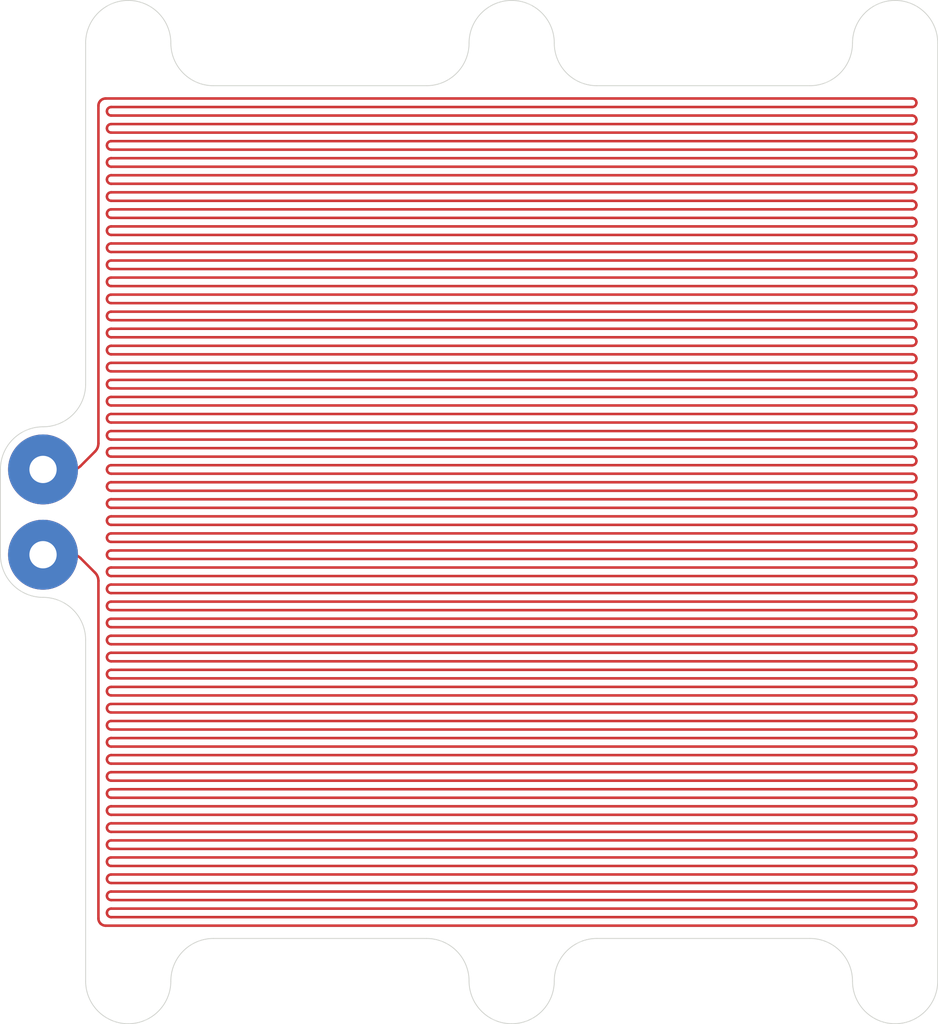
<source format=kicad_pcb>
(kicad_pcb (version 20221018) (generator pcbnew)
  (layers (0 "F.Cu" signal) (31 "B.Cu" signal) (36 "B.SilkS" user "B.Silkscreen") (37 "F.SilkS" user "F.Silkscreen") (38 "B.Mask" user) (39 "F.Mask" user) (44 "Edge.Cuts" user))
  (net 0 "")
  (net 1 "Net-(J1-Pin_1)")
  (footprint "MountingHole:MountingHole_3.2mm_M3_DIN965" (layer "F.Cu") (at 55 155)
    (fp_text reference "J7" hide)
    (fp_text value "Terminal")
    (pad "" np_thru_hole circle (at 0 0) (size 3.2 3.2) (drill 3.2) (layers "*.Cu" "*.Mask"))
  )
  (footprint "Library:MountingHole_3.2mm_M3_DIN965_Pad_NO_SILKS" (layer "F.Cu") (at 45 105)
    (fp_text reference "J8" hide)
    (fp_text value "Terminal" hide)
    (pad "1" thru_hole circle (at 0 0) (size 8.2 8.2) (drill 3.2) (layers "*.Cu" "*.Mask") (net 1 "Net-(J1-Pin_1)"))
  )
  (footprint "MountingHole:MountingHole_3.2mm_M3_DIN965" (layer "F.Cu") (at 100 155)
    (fp_text reference "J6" hide)
    (fp_text value "Terminal")
    (pad "" np_thru_hole circle (at 0 0) (size 3.2 3.2) (drill 3.2) (layers "*.Cu" "*.Mask"))
  )
  (footprint "MountingHole:MountingHole_3.2mm_M3_DIN965" (layer "F.Cu") (at 55 45)
    (fp_text reference "J2" hide)
    (fp_text value "Terminal")
    (pad "" np_thru_hole circle (at 0 0) (size 3.2 3.2) (drill 3.2) (layers "*.Cu" "*.Mask"))
  )
  (footprint "Library:MountingHole_3.2mm_M3_DIN965_Pad_NO_SILKS" (layer "F.Cu") (at 45 95)
    (fp_text reference "J1" hide)
    (fp_text value "Terminal" hide)
    (pad "1" thru_hole circle (at 0 0) (size 8.2 8.2) (drill 3.2) (layers "*.Cu" "*.Mask") (net 1 "Net-(J1-Pin_1)"))
  )
  (footprint "MountingHole:MountingHole_3.2mm_M3_DIN965" (layer "F.Cu") (at 145 45)
    (fp_text reference "J4" hide)
    (fp_text value "Terminal")
    (pad "" np_thru_hole circle (at 0 0) (size 3.2 3.2) (drill 3.2) (layers "*.Cu" "*.Mask"))
  )
  (footprint "MountingHole:MountingHole_3.2mm_M3_DIN965" (layer "F.Cu") (at 145 155)
    (fp_text reference "J5" hide)
    (fp_text value "Terminal")
    (pad "" np_thru_hole circle (at 0 0) (size 3.2 3.2) (drill 3.2) (layers "*.Cu" "*.Mask"))
  )
  (footprint "MountingHole:MountingHole_3.2mm_M3_DIN965" (layer "F.Cu") (at 100 45)
    (fp_text reference "J3" hide)
    (fp_text value "Terminal")
    (pad "" np_thru_hole circle (at 0 0) (size 3.2 3.2) (drill 3.2) (layers "*.Cu" "*.Mask"))
  )
  (gr_arc (start 55 160) (mid 51.464466 158.535534) (end 50 155) (stroke (width 0.1)) (layer "Edge.Cuts"))
  (gr_line (start 135 50) (end 110 50) (stroke (width 0.1)) (layer "Edge.Cuts"))
  (gr_arc (start 105 155) (mid 103.535534 158.535534) (end 100 160) (stroke (width 0.1)) (layer "Edge.Cuts"))
  (gr_arc (start 65 50) (mid 61.464466 48.535534) (end 60 45) (stroke (width 0.1)) (layer "Edge.Cuts"))
  (gr_arc (start 90 150) (mid 93.535534 151.464466) (end 95 155) (stroke (width 0.1)) (layer "Edge.Cuts"))
  (gr_arc (start 105 155) (mid 106.464466 151.464466) (end 110 150) (stroke (width 0.1)) (layer "Edge.Cuts"))
  (gr_arc (start 145 160) (mid 141.464466 158.535534) (end 140 155) (stroke (width 0.1)) (layer "Edge.Cuts"))
  (gr_arc (start 55 40) (mid 58.535534 41.464466) (end 60 45) (stroke (width 0.1)) (layer "Edge.Cuts"))
  (gr_arc (start 100 40) (mid 103.535534 41.464466) (end 105 45) (stroke (width 0.1)) (layer "Edge.Cuts"))
  (gr_line (start 50 45) (end 50 85) (stroke (width 0.1)) (layer "Edge.Cuts"))
  (gr_arc (start 150 155) (mid 148.535534 158.535534) (end 145 160) (stroke (width 0.1)) (layer "Edge.Cuts"))
  (gr_line (start 90 50) (end 65 50) (stroke (width 0.1)) (layer "Edge.Cuts"))
  (gr_arc (start 45 110) (mid 41.464466 108.535534) (end 40 105) (stroke (width 0.1)) (layer "Edge.Cuts"))
  (gr_arc (start 50 45) (mid 51.464466 41.464466) (end 55 40) (stroke (width 0.1)) (layer "Edge.Cuts"))
  (gr_arc (start 140 45) (mid 141.464466 41.464466) (end 145 40) (stroke (width 0.1)) (layer "Edge.Cuts"))
  (gr_arc (start 95 45) (mid 96.464466 41.464466) (end 100 40) (stroke (width 0.1)) (layer "Edge.Cuts"))
  (gr_arc (start 45 109.999999) (mid 48.535535 111.464465) (end 50 115) (stroke (width 0.1)) (layer "Edge.Cuts"))
  (gr_arc (start 95 45) (mid 93.535534 48.535534) (end 90 50) (stroke (width 0.1)) (layer "Edge.Cuts"))
  (gr_line (start 150 155) (end 150 45) (stroke (width 0.1)) (layer "Edge.Cuts"))
  (gr_arc (start 100 160) (mid 96.464466 158.535534) (end 95 155) (stroke (width 0.1)) (layer "Edge.Cuts"))
  (gr_arc (start 50 85) (mid 48.535534 88.535534) (end 45 90) (stroke (width 0.1)) (layer "Edge.Cuts"))
  (gr_arc (start 60 155) (mid 61.464466 151.464466) (end 65 150) (stroke (width 0.1)) (layer "Edge.Cuts"))
  (gr_line (start 50 115) (end 50 155) (stroke (width 0.1)) (layer "Edge.Cuts"))
  (gr_line (start 40 95) (end 40 105) (stroke (width 0.1)) (layer "Edge.Cuts"))
  (gr_line (start 110 150) (end 135 150) (stroke (width 0.1)) (layer "Edge.Cuts"))
  (gr_arc (start 145 40) (mid 148.535534 41.464466) (end 150 45) (stroke (width 0.1)) (layer "Edge.Cuts"))
  (gr_arc (start 110 50) (mid 106.464466 48.535534) (end 105 45) (stroke (width 0.1)) (layer "Edge.Cuts"))
  (gr_arc (start 60 155) (mid 58.535534 158.535534) (end 55 160) (stroke (width 0.1)) (layer "Edge.Cuts"))
  (gr_arc (start 40 95) (mid 41.464466 91.464466) (end 45 90) (stroke (width 0.1)) (layer "Edge.Cuts"))
  (gr_line (start 65 150) (end 90 150) (stroke (width 0.1)) (layer "Edge.Cuts"))
  (gr_arc (start 135 150) (mid 138.535534 151.464466) (end 140 155) (stroke (width 0.1)) (layer "Edge.Cuts"))
  (gr_arc (start 140 45) (mid 138.535534 48.535534) (end 135 50) (stroke (width 0.1)) (layer "Edge.Cuts"))
  (segment (start 52.999999 83.5) (end 147 83.5) (width 0.3) (layer "F.Cu") (net 1))
  (segment (start 147 56.500002) (end 53 56.500002) (width 0.3) (layer "F.Cu") (net 1))
  (segment (start 147 72.5) (end 53 72.5) (width 0.3) (layer "F.Cu") (net 1))
  (segment (start 147 66.5) (end 52.999999 66.5) (width 0.3) (layer "F.Cu") (net 1))
  (segment (start 53 124.5) (end 147 124.5) (width 0.3) (layer "F.Cu") (net 1))
  (segment (start 147 65.499999) (end 52.999999 65.499999) (width 0.3) (layer "F.Cu") (net 1))
  (segment (start 147 105.499999) (end 52.999999 105.499999) (width 0.3) (layer "F.Cu") (net 1))
  (segment (start 52.999999 142.5) (end 147 142.5) (width 0.3) (layer "F.Cu") (net 1))
  (segment (start 53 68.5) (end 147 68.5) (width 0.3) (layer "F.Cu") (net 1))
  (segment (start 147 69.499999) (end 52.999999 69.499999) (width 0.3) (layer "F.Cu") (net 1))
  (segment (start 147 121.499999) (end 52.999999 121.499999) (width 0.3) (layer "F.Cu") (net 1))
  (segment (start 52.999999 119.499999) (end 147 119.499999) (width 0.3) (layer "F.Cu") (net 1))
  (segment (start 52.999999 87.499999) (end 147 87.499999) (width 0.3) (layer "F.Cu") (net 1))
  (segment (start 52.999997 147.500001) (end 147 147.500001) (width 0.3) (layer "F.Cu") (net 1))
  (segment (start 52.999999 143.499999) (end 147 143.499999) (width 0.3) (layer "F.Cu") (net 1))
  (segment (start 147 138.5) (end 52.999999 138.5) (width 0.3) (layer "F.Cu") (net 1))
  (segment (start 52.999999 67.5) (end 147 67.5) (width 0.3) (layer "F.Cu") (net 1))
  (segment (start 147 129.499999) (end 52.999999 129.499999) (width 0.3) (layer "F.Cu") (net 1))
  (segment (start 52.999999 70.5) (end 147 70.5) (width 0.3) (layer "F.Cu") (net 1))
  (segment (start 51.5 108.06349) (end 51.5 147.646447) (width 0.3) (layer "F.Cu") (net 1))
  (segment (start 147 109.499999) (end 52.999999 109.499999) (width 0.3) (layer "F.Cu") (net 1))
  (segment (start 52.999999 94.5) (end 147 94.5) (width 0.3) (layer "F.Cu") (net 1))
  (segment (start 52.999999 79.499999) (end 147 79.499999) (width 0.3) (layer "F.Cu") (net 1))
  (segment (start 52.999999 139.5) (end 147 139.5) (width 0.3) (layer "F.Cu") (net 1))
  (segment (start 52.999997 146.500001) (end 147 146.500001) (width 0.3) (layer "F.Cu") (net 1))
  (segment (start 53 92.5) (end 147 92.5) (width 0.3) (layer "F.Cu") (net 1))
  (segment (start 147 93.499999) (end 52.999999 93.499999) (width 0.3) (layer "F.Cu") (net 1))
  (segment (start 53 76.5) (end 147 76.5) (width 0.3) (layer "F.Cu") (net 1))
  (segment (start 147 77.499999) (end 52.999999 77.499999) (width 0.3) (layer "F.Cu") (net 1))
  (segment (start 48.436509 105) (end 45 105) (width 0.3) (layer "F.Cu") (net 1))
  (segment (start 147 61.499999) (end 52.999999 61.499999) (width 0.3) (layer "F.Cu") (net 1))
  (segment (start 52.999999 91.5) (end 147 91.5) (width 0.3) (layer "F.Cu") (net 1))
  (segment (start 147 125.499999) (end 52.999999 125.499999) (width 0.3) (layer "F.Cu") (net 1))
  (segment (start 147 57.500001) (end 52.999999 57.500001) (width 0.3) (layer "F.Cu") (net 1))
  (segment (start 52.999999 126.5) (end 147 126.5) (width 0.3) (layer "F.Cu") (net 1))
  (segment (start 147 98.5) (end 52.999999 98.5) (width 0.3) (layer "F.Cu") (net 1))
  (segment (start 147 85.499999) (end 52.999999 85.499999) (width 0.3) (layer "F.Cu") (net 1))
  (segment (start 147 144.5) (end 53 144.5) (width 0.3) (layer "F.Cu") (net 1))
  (segment (start 147 101.499999) (end 52.999999 101.499999) (width 0.3) (layer "F.Cu") (net 1))
  (segment (start 147 81.499999) (end 52.999999 81.499999) (width 0.3) (layer "F.Cu") (net 1))
  (segment (start 53 84.5) (end 147 84.5) (width 0.3) (layer "F.Cu") (net 1))
  (segment (start 147 106.5) (end 52.999999 106.5) (width 0.3) (layer "F.Cu") (net 1))
  (segment (start 52.999999 55.500001) (end 147 55.500001) (width 0.3) (layer "F.Cu") (net 1))
  (segment (start 52.999999 131.5) (end 147 131.5) (width 0.3) (layer "F.Cu") (net 1))
  (segment (start 147 58.500002) (end 52.999999 58.500002) (width 0.3) (layer "F.Cu") (net 1))
  (segment (start 52.999999 103.499999) (end 147 103.499999) (width 0.3) (layer "F.Cu") (net 1))
  (segment (start 147 104.5) (end 53 104.5) (width 0.3) (layer "F.Cu") (net 1))
  (segment (start 52.999999 107.5) (end 147 107.5) (width 0.3) (layer "F.Cu") (net 1))
  (segment (start 53 52.500002) (end 147 52.500002) (width 0.3) (layer "F.Cu") (net 1))
  (segment (start 147 53.500001) (end 52.999999 53.500001) (width 0.3) (layer "F.Cu") (net 1))
  (segment (start 52.999999 135.499999) (end 147 135.499999) (width 0.3) (layer "F.Cu") (net 1))
  (segment (start 147 112.5) (end 53 112.5) (width 0.3) (layer "F.Cu") (net 1))
  (segment (start 147 96.5) (end 53 96.5) (width 0.3) (layer "F.Cu") (net 1))
  (segment (start 52.999999 59.500002) (end 147 59.500002) (width 0.3) (layer "F.Cu") (net 1))
  (segment (start 53 132.5) (end 147 132.5) (width 0.3) (layer "F.Cu") (net 1))
  (segment (start 52.999999 102.5) (end 147 102.5) (width 0.3) (layer "F.Cu") (net 1))
  (segment (start 147 133.499999) (end 52.999999 133.499999) (width 0.3) (layer "F.Cu") (net 1))
  (segment (start 52.999999 134.5) (end 147 134.5) (width 0.3) (layer "F.Cu") (net 1))
  (segment (start 52.999999 95.499999) (end 147 95.499999) (width 0.3) (layer "F.Cu") (net 1))
  (segment (start 49.398448 105.398448) (end 51.101551 107.101551) (width 0.3) (layer "F.Cu") (net 1))
  (segment (start 52.999999 127.499999) (end 147 127.499999) (width 0.3) (layer "F.Cu") (net 1))
  (segment (start 52.999999 115.5) (end 147 115.5) (width 0.3) (layer "F.Cu") (net 1))
  (segment (start 147 141.499999) (end 52.999999 141.499999) (width 0.3) (layer "F.Cu") (net 1))
  (segment (start 147 136.5) (end 53 136.5) (width 0.3) (layer "F.Cu") (net 1))
  (segment (start 52.999999 110.5) (end 147 110.5) (width 0.3) (layer "F.Cu") (net 1))
  (segment (start 147 88.5) (end 53 88.5) (width 0.3) (layer "F.Cu") (net 1))
  (segment (start 53 108.5) (end 147 108.5) (width 0.3) (layer "F.Cu") (net 1))
  (segment (start 52.999999 123.5) (end 147 123.5) (width 0.3) (layer "F.Cu") (net 1))
  (segment (start 147 130.5) (end 52.999999 130.5) (width 0.3) (layer "F.Cu") (net 1))
  (segment (start 52.999999 62.5) (end 147 62.5) (width 0.3) (layer "F.Cu") (net 1))
  (segment (start 147 97.499999) (end 52.999999 97.499999) (width 0.3) (layer "F.Cu") (net 1))
  (segment (start 147 122.5) (end 52.999999 122.5) (width 0.3) (layer "F.Cu") (net 1))
  (segment (start 147 113.499999) (end 52.999999 113.499999) (width 0.3) (layer "F.Cu") (net 1))
  (segment (start 52.999999 71.499999) (end 147 71.499999) (width 0.3) (layer "F.Cu") (net 1))
  (segment (start 147 89.499999) (end 52.999999 89.499999) (width 0.3) (layer "F.Cu") (net 1))
  (segment (start 49.398448 94.601551) (end 51.101551 92.898448) (width 0.3) (layer "F.Cu") (net 1))
  (segment (start 147 145.499999) (end 52.999999 145.499999) (width 0.3) (layer "F.Cu") (net 1))
  (segment (start 52.353553 148.500001) (end 147 148.500001) (width 0.3) (layer "F.Cu") (net 1))
  (segment (start 52.999999 78.5) (end 147 78.5) (width 0.3) (layer "F.Cu") (net 1))
  (segment (start 53 100.5) (end 147 100.5) (width 0.3) (layer "F.Cu") (net 1))
  (segment (start 52.999999 111.499999) (end 147 111.499999) (width 0.3) (layer "F.Cu") (net 1))
  (segment (start 52.999999 118.5) (end 147 118.5) (width 0.3) (layer "F.Cu") (net 1))
  (segment (start 147 74.5) (end 52.999999 74.5) (width 0.3) (layer "F.Cu") (net 1))
  (segment (start 147 64.5) (end 53 64.5) (width 0.3) (layer "F.Cu") (net 1))
  (segment (start 147 82.5) (end 52.999999 82.5) (width 0.3) (layer "F.Cu") (net 1))
  (segment (start 52.999999 75.5) (end 147 75.5) (width 0.3) (layer "F.Cu") (net 1))
  (segment (start 53 140.5) (end 147 140.5) (width 0.3) (layer "F.Cu") (net 1))
  (segment (start 52.999999 86.5) (end 147 86.5) (width 0.3) (layer "F.Cu") (net 1))
  (segment (start 147 51.500002) (end 52.353552 51.500002) (width 0.3) (layer "F.Cu") (net 1))
  (segment (start 52.999999 99.5) (end 147 99.5) (width 0.3) (layer "F.Cu") (net 1))
  (segment (start 147 128.5) (end 53 128.5) (width 0.3) (layer "F.Cu") (net 1))
  (segment (start 147 120.5) (end 53 120.5) (width 0.3) (layer "F.Cu") (net 1))
  (segment (start 53 60.5) (end 147 60.5) (width 0.3) (layer "F.Cu") (net 1))
  (segment (start 147 137.499999) (end 52.999999 137.499999) (width 0.3) (layer "F.Cu") (net 1))
  (segment (start 147 80.5) (end 53 80.5) (width 0.3) (layer "F.Cu") (net 1))
  (segment (start 147 117.499999) (end 52.999999 117.499999) (width 0.3) (layer "F.Cu") (net 1))
  (segment (start 147 114.5) (end 52.999999 114.5) (width 0.3) (layer "F.Cu") (net 1))
  (segment (start 48.436509 95) (end 45 95) (width 0.3) (layer "F.Cu") (net 1))
  (segment (start 52.999999 54.500002) (end 147 54.500002) (width 0.3) (layer "F.Cu") (net 1))
  (segment (start 147 90.5) (end 52.999999 90.5) (width 0.3) (layer "F.Cu") (net 1))
  (segment (start 53 116.5) (end 147 116.5) (width 0.3) (layer "F.Cu") (net 1))
  (segment (start 147 73.499999) (end 52.999999 73.499999) (width 0.3) (layer "F.Cu") (net 1))
  (segment (start 52.999999 63.499999) (end 147 63.499999) (width 0.3) (layer "F.Cu") (net 1))
  (segment (start 51.5 91.936509) (end 51.5 52.353552) (width 0.3) (layer "F.Cu") (net 1))
  (arc (start 52.999999 94.5) (mid 52.646446 94.646446) (end 52.5 94.999999) (width 0.3) (layer "F.Cu") (net 1))
  (arc (start 147 127.499999) (mid 147.353553 127.646446) (end 147.5 128) (width 0.3) (layer "F.Cu") (net 1))
  (arc (start 147.5 75.999999) (mid 147.353553 76.353553) (end 147 76.5) (width 0.3) (layer "F.Cu") (net 1))
  (arc (start 52.999999 82.5) (mid 52.646446 82.646446) (end 52.5 82.999999) (width 0.3) (layer "F.Cu") (net 1))
  (arc (start 147.5 131.999999) (mid 147.353553 132.353553) (end 147 132.5) (width 0.3) (layer "F.Cu") (net 1))
  (arc (start 147 129.499999) (mid 147.353553 129.646446) (end 147.5 130) (width 0.3) (layer "F.Cu") (net 1))
  (arc (start 147.5 122) (mid 147.353553 122.353553) (end 147 122.5) (width 0.3) (layer "F.Cu") (net 1))
  (arc (start 147.5 134) (mid 147.353553 134.353553) (end 147 134.5) (width 0.3) (layer "F.Cu") (net 1))
  (arc (start 147.5 83.999999) (mid 147.353553 83.646446) (end 147 83.5) (width 0.3) (layer "F.Cu") (net 1))
  (arc (start 52.5 116.999999) (mid 52.646446 116.646446) (end 53 116.5) (width 0.3) (layer "F.Cu") (net 1))
  (arc (start 147.5 70) (mid 147.353553 69.646445) (end 147 69.499999) (width 0.3) (layer "F.Cu") (net 1))
  (arc (start 52.499998 147) (mid 52.646444 147.353554) (end 52.999997 147.500001) (width 0.3) (layer "F.Cu") (net 1))
  (arc (start 147.5 114) (mid 147.353553 114.353553) (end 147 114.5) (width 0.3) (layer "F.Cu") (net 1))
  (arc (start 147 135.499999) (mid 147.353553 135.646446) (end 147.5 136) (width 0.3) (layer "F.Cu") (net 1))
  (arc (start 52.999997 146.500001) (mid 52.646444 146.646447) (end 52.499998 147) (width 0.3) (layer "F.Cu") (net 1))
  (arc (start 147.5 102) (mid 147.353553 102.353553) (end 147 102.5) (width 0.3) (layer "F.Cu") (net 1))
  (arc (start 53 104.5) (mid 52.646446 104.646446) (end 52.5 104.999999) (width 0.3) (layer "F.Cu") (net 1))
  (arc (start 52.5 124.999999) (mid 52.646446 125.353552) (end 52.999999 125.499999) (width 0.3) (layer "F.Cu") (net 1))
  (arc (start 52.5 55.000001) (mid 52.646446 55.353554) (end 52.999999 55.500001) (width 0.3) (layer "F.Cu") (net 1))
  (arc (start 147.5 91.999999) (mid 147.353553 92.353553) (end 147 92.5) (width 0.3) (layer "F.Cu") (net 1))
  (arc (start 147.5 123.999999) (mid 147.353553 123.646446) (end 147 123.5) (width 0.3) (layer "F.Cu") (net 1))
  (arc (start 52.999999 86.5) (mid 52.646446 86.646446) (end 52.5 86.999999) (width 0.3) (layer "F.Cu") (net 1))
  (arc (start 52.999999 118.5) (mid 52.646446 118.646446) (end 52.5 118.999999) (width 0.3) (layer "F.Cu") (net 1))
  (arc (start 52.5 130.999999) (mid 52.646446 131.353553) (end 52.999999 131.5) (width 0.3) (layer "F.Cu") (net 1))
  (arc (start 147.5 66) (mid 147.353553 66.353553) (end 147 66.5) (width 0.3) (layer "F.Cu") (net 1))
  (arc (start 147 63.499999) (mid 147.353553 63.646446) (end 147.5 64) (width 0.3) (layer "F.Cu") (net 1))
  (arc (start 147.5 99.999999) (mid 147.353553 100.353553) (end 147 100.5) (width 0.3) (layer "F.Cu") (net 1))
  (arc (start 147 137.499999) (mid 147.353553 137.646446) (end 147.5 138) (width 0.3) (layer "F.Cu") (net 1))
  (arc (start 51.75 51.750001) (mid 51.564972 52.026912) (end 51.5 52.353552) (width 0.3) (layer "F.Cu") (net 1))
  (arc (start 52.5 112.999999) (mid 52.646446 113.353552) (end 52.999999 113.499999) (width 0.3) (layer "F.Cu") (net 1))
  (arc (start 147.5 128) (mid 147.353553 128.353553) (end 147 128.5) (width 0.3) (layer "F.Cu") (net 1))
  (arc (start 147.5 64) (mid 147.353553 64.353553) (end 147 64.5) (width 0.3) (layer "F.Cu") (net 1))
  (arc (start 147.5 94) (mid 147.353553 93.646445) (end 147 93.499999) (width 0.3) (layer "F.Cu") (net 1))
  (arc (start 53 56.500002) (mid 52.646446 56.646448) (end 52.5 57.000001) (width 0.3) (layer "F.Cu") (net 1))
  (arc (start 147.5 104) (mid 147.353553 104.353553) (end 147 104.5) (width 0.3) (layer "F.Cu") (net 1))
  (arc (start 147.5 94) (mid 147.353553 94.353553) (end 147 94.5) (width 0.3) (layer "F.Cu") (net 1))
  (arc (start 53 128.5) (mid 52.646446 128.646446) (end 52.5 128.999999) (width 0.3) (layer "F.Cu") (net 1))
  (arc (start 52.999999 78.5) (mid 52.646446 78.646446) (end 52.5 78.999999) (width 0.3) (layer "F.Cu") (net 1))
  (arc (start 147 89.499999) (mid 147.353553 89.646446) (end 147.5 90) (width 0.3) (layer "F.Cu") (net 1))
  (arc (start 52.999999 130.5) (mid 52.646446 130.646446) (end 52.5 130.999999) (width 0.3) (layer "F.Cu") (net 1))
  (arc (start 147 105.499999) (mid 147.353553 105.646446) (end 147.5 106) (width 0.3) (layer "F.Cu") (net 1))
  (arc (start 147.5 90) (mid 147.353553 90.353553) (end 147 90.5) (width 0.3) (layer "F.Cu") (net 1))
  (arc (start 147 65.499999) (mid 147.353553 65.646446) (end 147.5 66) (width 0.3) (layer "F.Cu") (net 1))
  (arc (start 147.5 142) (mid 147.353553 141.646445) (end 147 141.499999) (width 0.3) (layer "F.Cu") (net 1))
  (arc (start 147 145.499999) (mid 147.353553 145.646446) (end 147.5 146) (width 0.3) (layer "F.Cu") (net 1))
  (arc (start 147.5 58.000002) (mid 147.353553 58.353555) (end 147 58.500002) (width 0.3) (layer "F.Cu") (net 1))
  (arc (start 147.5 60.000001) (mid 147.353553 60.353555) (end 147 60.500002) (width 0.3) (layer "F.Cu") (net 1))
  (arc (start 147.5 112) (mid 147.353553 112.353553) (end 147 112.5) (width 0.3) (layer "F.Cu") (net 1))
  (arc (start 147.5 75.999999) (mid 147.353553 75.646446) (end 147 75.5) (width 0.3) (layer "F.Cu") (net 1))
  (arc (start 52.5 122.999999) (mid 52.646446 123.353553) (end 52.999999 123.5) (width 0.3) (layer "F.Cu") (net 1))
  (arc (start 53 80.5) (mid 52.646446 80.646446) (end 52.5 80.999999) (width 0.3) (layer "F.Cu") (net 1))
  (arc (start 147 111.499999) (mid 147.353553 111.646446) (end 147.5 112) (width 0.3) (layer "F.Cu") (net 1))
  (arc (start 52.5 94.999999) (mid 52.646446 95.353552) (end 52.999999 95.499999) (width 0.3) (layer "F.Cu") (net 1))
  (arc (start 52.5 98.999999) (mid 52.646446 99.353553) (end 52.999999 99.5) (width 0.3) (layer "F.Cu") (net 1))
  (arc (start 52.5 88.999999) (mid 52.646446 89.353552) (end 52.999999 89.499999) (width 0.3) (layer "F.Cu") (net 1))
  (arc (start 52.5 86.999999) (mid 52.646446 87.353552) (end 52.999999 87.499999) (width 0.3) (layer "F.Cu") (net 1))
  (arc (start 52.999999 110.5) (mid 52.646446 110.646446) (end 52.5 110.999999) (width 0.3) (layer "F.Cu") (net 1))
  (arc (start 52.5 68.999999) (mid 52.646446 69.353552) (end 52.999999 69.499999) (width 0.3) (layer "F.Cu") (net 1))
  (arc (start 147.5 83.999999) (mid 147.353553 84.353553) (end 147 84.5) (width 0.3) (layer "F.Cu") (net 1))
  (arc (start 147.5 126) (mid 147.353553 125.646445) (end 147 125.499999) (width 0.3) (layer "F.Cu") (net 1))
  (arc (start 51.75 148.250001) (mid 52.026912 148.435028) (end 52.353553 148.500001) (width 0.3) (layer "F.Cu") (net 1))
  (arc (start 53 72.5) (mid 52.646446 72.646446) (end 52.5 72.999999) (width 0.3) (layer "F.Cu") (net 1))
  (arc (start 147 87.499999) (mid 147.353553 87.646446) (end 147.5 88) (width 0.3) (layer "F.Cu") (net 1))
  (arc (start 52.5 84.999999) (mid 52.646446 84.646446) (end 53 84.5) (width 0.3) (layer "F.Cu") (net 1))
  (arc (start 147.5 96) (mid 147.353553 96.353553) (end 147 96.5) (width 0.3) (layer "F.Cu") (net 1))
  (arc (start 49.398448 105.398448) (mid 48.957106 105.103553) (end 48.436509 105) (width 0.3) (layer "F.Cu") (net 1))
  (arc (start 147.5 107.999999) (mid 147.353553 107.646446) (end 147 107.5) (width 0.3) (layer "F.Cu") (net 1))
  (arc (start 52.5 76.999999) (mid 52.646446 76.646446) (end 53 76.5) (width 0.3) (layer "F.Cu") (net 1))
  (arc (start 147 55.500001) (mid 147.353553 55.646448) (end 147.5 56.000002) (width 0.3) (layer "F.Cu") (net 1))
  (arc (start 147.5 138) (mid 147.353553 138.353553) (end 147 138.5) (width 0.3) (layer "F.Cu") (net 1))
  (arc (start 51.5 91.936509) (mid 51.396446 92.457106) (end 51.101551 92.898448) (width 0.3) (layer "F.Cu") (net 1))
  (arc (start 147.5 88) (mid 147.353553 88.353553) (end 147 88.5) (width 0.3) (layer "F.Cu") (net 1))
  (arc (start 147 113.499999) (mid 147.353553 113.646446) (end 147.5 114) (width 0.3) (layer "F.Cu") (net 1))
  (arc (start 52.5 140.999999) (mid 52.646446 140.646446) (end 53 140.5) (width 0.3) (layer "F.Cu") (net 1))
  (arc (start 52.5 78.999999) (mid 52.646446 79.353552) (end 52.999999 79.499999) (width 0.3) (layer "F.Cu") (net 1))
  (arc (start 147.5 54.000002) (mid 147.353553 53.646447) (end 147 53.500001) (width 0.3) (layer "F.Cu") (net 1))
  (arc (start 52.5 134.999999) (mid 52.646446 135.353552) (end 52.999999 135.499999) (width 0.3) (layer "F.Cu") (net 1))
  (arc (start 147.5 99.999999) (mid 147.353553 99.646446) (end 147 99.5) (width 0.3) (layer "F.Cu") (net 1))
  (arc (start 52.5 64.999999) (mid 52.646446 65.353552) (end 52.999999 65.499999) (width 0.3) (layer "F.Cu") (net 1))
  (arc (start 52.5 110.999999) (mid 52.646446 111.353552) (end 52.999999 111.499999) (width 0.3) (layer "F.Cu") (net 1))
  (arc (start 52.5 60.999999) (mid 52.646446 61.353552) (end 52.999999 61.499999) (width 0.3) (layer "F.Cu") (net 1))
  (arc (start 147.5 139.999999) (mid 147.353553 139.646446) (end 147 139.5) (width 0.3) (layer "F.Cu") (net 1))
  (arc (start 49.398448 94.601551) (mid 48.957106 94.896446) (end 48.436509 95) (width 0.3) (layer "F.Cu") (net 1))
  (arc (start 147.5 115.999999) (mid 147.353553 115.646446) (end 147 115.5) (width 0.3) (layer "F.Cu") (net 1))
  (arc (start 147.5 148) (mid 147.353553 147.646447) (end 147 147.500001) (width 0.3) (layer "F.Cu") (net 1))
  (arc (start 53 136.5) (mid 52.646446 136.646446) (end 52.5 136.999999) (width 0.3) (layer "F.Cu") (net 1))
  (arc (start 147.5 148) (mid 147.353553 148.353554) (end 147 148.500001) (width 0.3) (layer "F.Cu") (net 1))
  (arc (start 52.5 53.000001) (mid 52.646446 53.353554) (end 52.999999 53.500001) (width 0.3) (layer "F.Cu") (net 1))
  (arc (start 52.5 92.999999) (mid 52.646446 92.646446) (end 53 92.5) (width 0.3) (layer "F.Cu") (net 1))
  (arc (start 147 95.499999) (mid 147.353553 95.646446) (end 147.5 96) (width 0.3) (layer "F.Cu") (net 1))
  (arc (start 147.5 142) (mid 147.353553 142.353553) (end 147 142.5) (width 0.3) (layer "F.Cu") (net 1))
  (arc (start 52.999999 70.5) (mid 52.646446 70.646446) (end 52.5 70.999999) (width 0.3) (layer "F.Cu") (net 1))
  (arc (start 147.5 56.000002) (mid 147.353553 56.353555) (end 147 56.500002) (width 0.3) (layer "F.Cu") (net 1))
  (arc (start 147.5 78) (mid 147.353553 78.353553) (end 147 78.5) (width 0.3) (layer "F.Cu") (net 1))
  (arc (start 147.5 86) (mid 147.353553 85.646445) (end 147 85.499999) (width 0.3) (layer "F.Cu") (net 1))
  (arc (start 52.5 53.000001) (mid 52.646446 52.646448) (end 53 52.500002) (width 0.3) (layer "F.Cu") (net 1))
  (arc (start 147.5 91.999999) (mid 147.353553 91.646446) (end 147 91.5) (width 0.3) (layer "F.Cu") (net 1))
  (arc (start 52.5 62.999999) (mid 52.646446 63.353552) (end 52.999999 63.499999) (width 0.3) (layer "F.Cu") (net 1))
  (arc (start 52.5 60.999999) (mid 52.646446 60.646446) (end 53 60.5) (width 0.3) (layer "F.Cu") (net 1))
  (arc (start 52.5 132.999999) (mid 52.646446 132.646446) (end 53 132.5) (width 0.3) (layer "F.Cu") (net 1))
  (arc (start 147.5 136) (mid 147.353553 136.353553) (end 147 136.5) (width 0.3) (layer "F.Cu") (net 1))
  (arc (start 53 112.5) (mid 52.646446 112.646446) (end 52.5 112.999999) (width 0.3) (layer "F.Cu") (net 1))
  (arc (start 147 119.499999) (mid 147.353553 119.646446) (end 147.5 120) (width 0.3) (layer "F.Cu") (net 1))
  (arc (start 147 97.499999) (mid 147.353553 97.646446) (end 147.5 98) (width 0.3) (layer "F.Cu") (net 1))
  (arc (start 52.5 106.999999) (mid 52.646446 107.353553) (end 52.999999 107.5) (width 0.3) (layer "F.Cu") (net 1))
  (arc (start 52.5 57.000001) (mid 52.646446 57.353554) (end 52.999999 57.500001) (width 0.3) (layer "F.Cu") (net 1))
  (arc (start 147.5 52.000002) (mid 147.353553 52.353555) (end 147 52.500002) (width 0.3) (layer "F.Cu") (net 1))
  (arc (start 52.5 84.999999) (mid 52.646446 85.353552) (end 52.999999 85.499999) (width 0.3) (layer "F.Cu") (net 1))
  (arc (start 147.5 82) (mid 147.353553 82.353553) (end 147 82.5) (width 0.3) (layer "F.Cu") (net 1))
  (arc (start 52.5 126.999999) (mid 52.646446 127.353552) (end 52.999999 127.499999) (width 0.3) (layer "F.Cu") (net 1))
  (arc (start 147.5 54.000002) (mid 147.353553 54.353555) (end 147 54.500002) (width 0.3) (layer "F.Cu") (net 1))
  (arc (start 52.5 100.999999) (mid 52.646446 100.646446) (end 53 100.5) (width 0.3) (layer "F.Cu") (net 1))
  (arc (start 52.5 116.999999) (mid 52.646446 117.353552) (end 52.999999 117.499999) (width 0.3) (layer "F.Cu") (net 1))
  (arc (start 52.5 140.999999) (mid 52.646446 141.353552) (end 52.999999 141.499999) (width 0.3) (layer "F.Cu") (net 1))
  (arc (start 147 57.500001) (mid 147.353553 57.646448) (end 147.5 58.000002) (width 0.3) (layer "F.Cu") (net 1))
  (arc (start 51.101551 107.101551) (mid 51.396446 107.542892) (end 51.5 108.06349) (width 0.3) (layer "F.Cu") (net 1))
  (arc (start 147 79.499999) (mid 147.353553 79.646446) (end 147.5 80) (width 0.3) (layer "F.Cu") (net 1))
  (arc (start 52.353552 51.500002) (mid 52.026912 51.564974) (end 51.75 51.750001) (width 0.3) (layer "F.Cu") (net 1))
  (arc (start 52.5 92.999999) (mid 52.646446 93.353552) (end 52.999999 93.499999) (width 0.3) (layer "F.Cu") (net 1))
  (arc (start 147.5 80) (mid 147.353553 80.353553) (end 147 80.5) (width 0.3) (layer "F.Cu") (net 1))
  (arc (start 52.5 118.999999) (mid 52.646446 119.353552) (end 52.999999 119.499999) (width 0.3) (layer "F.Cu") (net 1))
  (arc (start 52.5 82.999999) (mid 52.646446 83.353553) (end 52.999999 83.5) (width 0.3) (layer "F.Cu") (net 1))
  (arc (start 147.5 110) (mid 147.353553 110.353553) (end 147 110.5) (width 0.3) (layer "F.Cu") (net 1))
  (arc (start 147.5 72) (mid 147.353553 72.353553) (end 147 72.5) (width 0.3) (layer "F.Cu") (net 1))
  (arc (start 51.5 147.646447) (mid 51.564972 147.973088) (end 51.75 148.250001) (width 0.3) (layer "F.Cu") (net 1))
  (arc (start 53 144.5) (mid 52.646446 144.646446) (end 52.5 144.999999) (width 0.3) (layer "F.Cu") (net 1))
  (arc (start 52.5 108.999999) (mid 52.646446 109.353552) (end 52.999999 109.499999) (width 0.3) (layer "F.Cu") (net 1))
  (arc (start 147.5 126) (mid 147.353553 126.353553) (end 147 126.5) (width 0.3) (layer "F.Cu") (net 1))
  (arc (start 147.5 62) (mid 147.353553 61.646445) (end 147 61.499999) (width 0.3) (layer "F.Cu") (net 1))
  (arc (start 52.5 72.999999) (mid 52.646446 73.353552) (end 52.999999 73.499999) (width 0.3) (layer "F.Cu") (net 1))
  (arc (start 52.5 102.999999) (mid 52.646446 103.353552) (end 52.999999 103.499999) (width 0.3) (layer "F.Cu") (net 1))
  (arc (start 147.5 134) (mid 147.353553 133.646445) (end 147 133.499999) (width 0.3) (layer "F.Cu") (net 1))
  (arc (start 147.5 102) (mid 147.353553 101.646445) (end 147 101.499999) (width 0.3) (layer "F.Cu") (net 1))
  (arc (start 147.5 110) (mid 147.353553 109.646445) (end 147 109.499999) (width 0.3) (layer "F.Cu") (net 1))
  (arc (start 52.999999 114.5) (mid 52.646446 114.646446) (end 52.5 114.999999) (width 0.3) (layer "F.Cu") (net 1))
  (arc (start 52.5 66.999999) (mid 52.646446 67.353553) (end 52.999999 67.5) (width 0.3) (layer "F.Cu") (net 1))
  (arc (start 147.5 146.000001) (mid 147.353553 146.353554) (end 147 146.500001) (width 0.3) (layer "F.Cu") (net 1))
  (arc (start 147.5 62) (mid 147.353553 62.353553) (end 147 62.5) (width 0.3) (layer "F.Cu") (net 1))
  (arc (start 53 64.5) (mid 52.646446 64.646446) (end 52.5 64.999999) (width 0.3) (layer "F.Cu") (net 1))
  (arc (start 52.5 74.999999) (mid 52.646446 75.353553) (end 52.999999 75.5) (width 0.3) (layer "F.Cu") (net 1))
  (arc (start 53 88.5) (mid 52.646446 88.646446) (end 52.5 88.999999) (width 0.3) (layer "F.Cu") (net 1))
  (arc (start 52.5 136.999999) (mid 52.646446 137.353552) (end 52.999999 137.499999) (width 0.3) (layer "F.Cu") (net 1))
  (arc (start 147.5 70) (mid 147.353553 70.353553) (end 147 70.5) (width 0.3) (layer "F.Cu") (net 1))
  (arc (start 147 143.499999) (mid 147.353553 143.646446) (end 147.5 144) (width 0.3) (layer "F.Cu") (net 1))
  (arc (start 53 96.5) (mid 52.646446 96.646446) (end 52.5 96.999999) (width 0.3) (layer "F.Cu") (net 1))
  (arc (start 52.999999 54.500002) (mid 52.646446 54.646448) (end 52.5 55.000001) (width 0.3) (layer "F.Cu") (net 1))
  (arc (start 52.5 114.999999) (mid 52.646446 115.353553) (end 52.999999 115.5) (width 0.3) (layer "F.Cu") (net 1))
  (arc (start 147.5 98) (mid 147.353553 98.353553) (end 147 98.5) (width 0.3) (layer "F.Cu") (net 1))
  (arc (start 147.5 107.999999) (mid 147.353553 108.353553) (end 147 108.5) (width 0.3) (layer "F.Cu") (net 1))
  (arc (start 52.999999 66.5) (mid 52.646446 66.646446) (end 52.5 66.999999) (width 0.3) (layer "F.Cu") (net 1))
  (arc (start 147.5 139.999999) (mid 147.353553 140.353553) (end 147 140.5) (width 0.3) (layer "F.Cu") (net 1))
  (arc (start 147.5 118) (mid 147.353553 118.353553) (end 147 118.5) (width 0.3) (layer "F.Cu") (net 1))
  (arc (start 52.999999 58.500002) (mid 52.646446 58.646448) (end 52.5 59.000001) (width 0.3) (layer "F.Cu") (net 1))
  (arc (start 147 81.499999) (mid 147.353553 81.646446) (end 147.5 82) (width 0.3) (layer "F.Cu") (net 1))
  (arc (start 52.999999 98.5) (mid 52.646446 98.646446) (end 52.5 98.999999) (width 0.3) (layer "F.Cu") (net 1))
  (arc (start 52.5 100.999999) (mid 52.646446 101.353552) (end 52.999999 101.499999) (width 0.3) (layer "F.Cu") (net 1))
  (arc (start 52.999999 62.5) (mid 52.646446 62.646446) (end 52.5 62.999999) (width 0.3) (layer "F.Cu") (net 1))
  (arc (start 52.5 132.999999) (mid 52.646446 133.353552) (end 52.999999 133.499999) (width 0.3) (layer "F.Cu") (net 1))
  (arc (start 52.999999 106.5) (mid 52.646446 106.646446) (end 52.5 106.999999) (width 0.3) (layer "F.Cu") (net 1))
  (arc (start 52.5 128.999999) (mid 52.646446 129.353552) (end 52.999999 129.499999) (width 0.3) (layer "F.Cu") (net 1))
  (arc (start 52.5 144.999999) (mid 52.646446 145.353552) (end 52.999999 145.499999) (width 0.3) (layer "F.Cu") (net 1))
  (arc (start 147 71.499999) (mid 147.353553 71.646446) (end 147.5 72) (width 0.3) (layer "F.Cu") (net 1))
  (arc (start 147.5 78) (mid 147.353553 77.646445) (end 147 77.499999) (width 0.3) (layer "F.Cu") (net 1))
  (arc (start 147.5 144) (mid 147.353553 144.353553) (end 147 144.5) (width 0.3) (layer "F.Cu") (net 1))
  (arc (start 52.999999 142.5) (mid 52.646446 142.646446) (end 52.5 142.999999) (width 0.3) (layer "F.Cu") (net 1))
  (arc (start 52.5 70.999999) (mid 52.646446 71.353552) (end 52.999999 71.499999) (width 0.3) (layer "F.Cu") (net 1))
  (arc (start 147.5 106) (mid 147.353553 106.353553) (end 147 106.5) (width 0.3) (layer "F.Cu") (net 1))
  (arc (start 52.5 76.999999) (mid 52.646446 77.353552) (end 52.999999 77.499999) (width 0.3) (layer "F.Cu") (net 1))
  (arc (start 147.5 130) (mid 147.353553 130.353553) (end 147 130.5) (width 0.3) (layer "F.Cu") (net 1))
  (arc (start 147 73.499999) (mid 147.353553 73.646446) (end 147.5 74) (width 0.3) (layer "F.Cu") (net 1))
  (arc (start 52.999999 122.5) (mid 52.646446 122.646446) (end 52.5 122.999999) (width 0.3) (layer "F.Cu") (net 1))
  (arc (start 52.5 124.999999) (mid 52.646446 124.646446) (end 53 124.5) (width 0.3) (layer "F.Cu") (net 1))
  (arc (start 147.5 67.999999) (mid 147.353553 67.646446) (end 147 67.5) (width 0.3) (layer "F.Cu") (net 1))
  (arc (start 147.5 115.999999) (mid 147.353553 116.353553) (end 147 116.5) (width 0.3) (layer "F.Cu") (net 1))
  (arc (start 147.5 67.999999) (mid 147.353553 68.353553) (end 147 68.5) (width 0.3) (layer "F.Cu") (net 1))
  (arc (start 52.5 90.999999) (mid 52.646446 91.353553) (end 52.999999 91.5) (width 0.3) (layer "F.Cu") (net 1))
  (arc (start 52.5 120.999999) (mid 52.646446 121.353552) (end 52.999999 121.499999) (width 0.3) (layer "F.Cu") (net 1))
  (arc (start 147 103.499999) (mid 147.353553 103.646446) (end 147.5 104) (width 0.3) (layer "F.Cu") (net 1))
  (arc (start 52.5 142.999999) (mid 52.646446 143.353552) (end 52.999999 143.499999) (width 0.3) (layer "F.Cu") (net 1))
  (arc (start 147.5 123.999999) (mid 147.353553 124.353553) (end 147 124.5) (width 0.3) (layer "F.Cu") (net 1))
  (arc (start 52.5 59.000001) (mid 52.646446 59.353555) (end 52.999999 59.500002) (width 0.3) (layer "F.Cu") (net 1))
  (arc (start 52.5 108.999999) (mid 52.646446 108.646446) (end 53 108.5) (width 0.3) (layer "F.Cu") (net 1))
  (arc (start 147.5 86) (mid 147.353553 86.353553) (end 147 86.5) (width 0.3) (layer "F.Cu") (net 1))
  (arc (start 53 120.5) (mid 52.646446 120.646446) (end 52.5 120.999999) (width 0.3) (layer "F.Cu") (net 1))
  (arc (start 52.999999 134.5) (mid 52.646446 134.646446) (end 52.5 134.999999) (width 0.3) (layer "F.Cu") (net 1))
  (arc (start 147.5 118) (mid 147.353553 117.646445) (end 147 117.499999) (width 0.3) (layer "F.Cu") (net 1))
  (arc (start 52.5 68.999999) (mid 52.646446 68.646446) (end 53 68.5) (width 0.3) (layer "F.Cu") (net 1))
  (arc (start 52.999999 102.5) (mid 52.646446 102.646446) (end 52.5 102.999999) (width 0.3) (layer "F.Cu") (net 1))
  (arc (start 147 121.499999) (mid 147.353553 121.646446) (end 147.5 122) (width 0.3) (layer "F.Cu") (net 1))
  (arc (start 52.5 104.999999) (mid 52.646446 105.353552) (end 52.999999 105.499999) (width 0.3) (layer "F.Cu") (net 1))
  (arc (start 52.999999 126.5) (mid 52.646446 126.646446) (end 52.5 126.999999) (width 0.3) (layer "F.Cu") (net 1))
  (arc (start 52.999999 138.5) (mid 52.646446 138.646446) (end 52.5 138.999999) (width 0.3) (layer "F.Cu") (net 1))
  (arc (start 147.5 120) (mid 147.353553 120.353553) (end 147 120.5) (width 0.3) (layer "F.Cu") (net 1))
  (arc (start 147.5 60.000001) (mid 147.353553 59.646448) (end 147 59.500002) (width 0.3) (layer "F.Cu") (net 1))
  (arc (start 147.5 131.999999) (mid 147.353553 131.646446) (end 147 131.5) (width 0.3) (layer "F.Cu") (net 1))
  (arc (start 52.5 96.999999) (mid 52.646446 97.353552) (end 52.999999 97.499999) (width 0.3) (layer "F.Cu") (net 1))
  (arc (start 147.5 52.000002) (mid 147.353553 51.646448) (end 147 51.500002) (width 0.3) (layer "F.Cu") (net 1))
  (arc (start 52.999999 74.5) (mid 52.646446 74.646446) (end 52.5 74.999999) (width 0.3) (layer "F.Cu") (net 1))
  (arc (start 52.999999 90.5) (mid 52.646446 90.646446) (end 52.5 90.999999) (width 0.3) (layer "F.Cu") (net 1))
  (arc (start 147.5 74) (mid 147.353553 74.353553) (end 147 74.5) (width 0.3) (layer "F.Cu") (net 1))
  (arc (start 52.5 80.999999) (mid 52.646446 81.353552) (end 52.999999 81.499999) (width 0.3) (layer "F.Cu") (net 1))
  (arc (start 52.5 138.999999) (mid 52.646446 139.353553) (end 52.999999 139.5) (width 0.3) (layer "F.Cu") (net 1))
)
</source>
